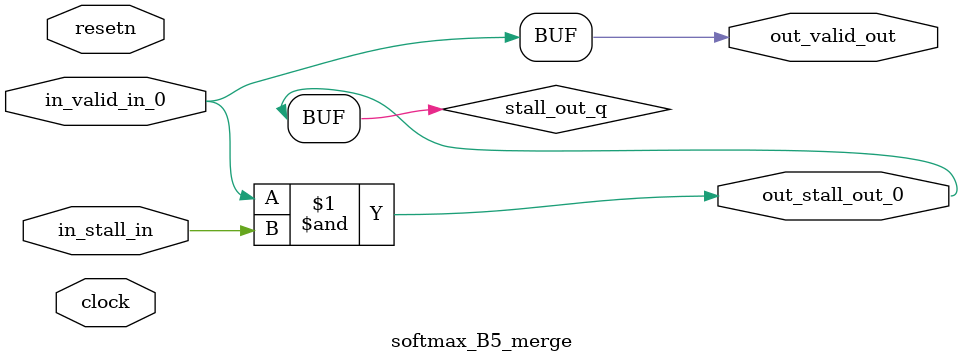
<source format=sv>



(* altera_attribute = "-name AUTO_SHIFT_REGISTER_RECOGNITION OFF; -name MESSAGE_DISABLE 10036; -name MESSAGE_DISABLE 10037; -name MESSAGE_DISABLE 14130; -name MESSAGE_DISABLE 14320; -name MESSAGE_DISABLE 15400; -name MESSAGE_DISABLE 14130; -name MESSAGE_DISABLE 10036; -name MESSAGE_DISABLE 12020; -name MESSAGE_DISABLE 12030; -name MESSAGE_DISABLE 12010; -name MESSAGE_DISABLE 12110; -name MESSAGE_DISABLE 14320; -name MESSAGE_DISABLE 13410; -name MESSAGE_DISABLE 113007; -name MESSAGE_DISABLE 10958" *)
module softmax_B5_merge (
    input wire [0:0] in_stall_in,
    input wire [0:0] in_valid_in_0,
    output wire [0:0] out_stall_out_0,
    output wire [0:0] out_valid_out,
    input wire clock,
    input wire resetn
    );

    wire [0:0] stall_out_q;


    // stall_out(LOGICAL,6)
    assign stall_out_q = in_valid_in_0 & in_stall_in;

    // out_stall_out_0(GPOUT,4)
    assign out_stall_out_0 = stall_out_q;

    // out_valid_out(GPOUT,5)
    assign out_valid_out = in_valid_in_0;

endmodule

</source>
